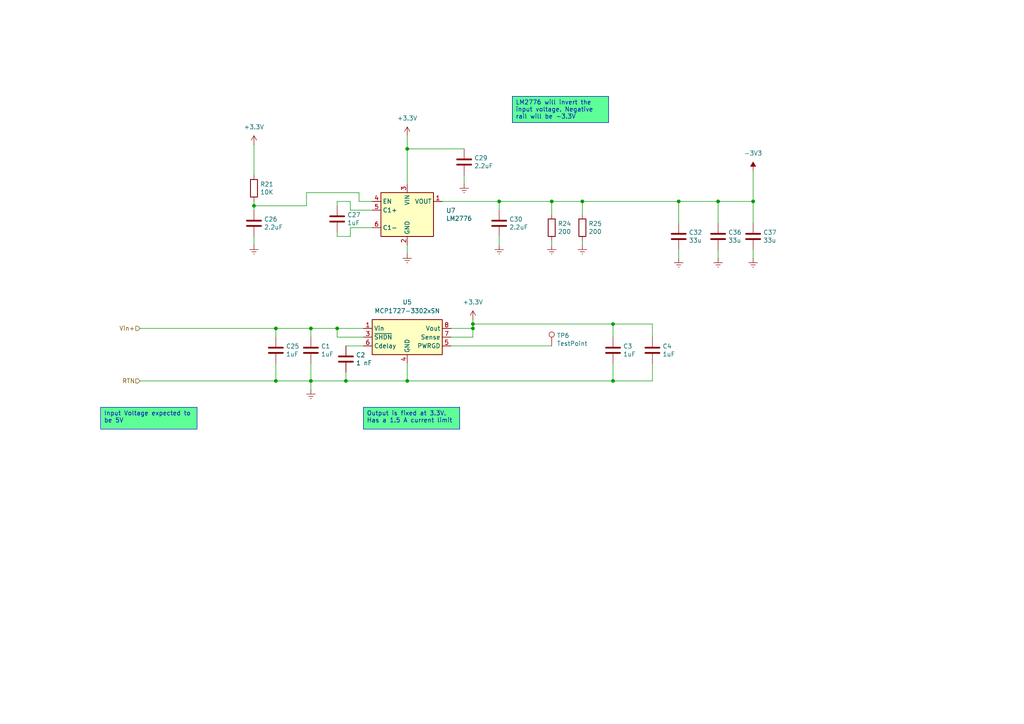
<source format=kicad_sch>
(kicad_sch (version 20250114) (generator "eeschema") (generator_version "9.0")
  (paper "A4")
  (lib_symbols
    (symbol "Connector:TestPoint" (pin_numbers (hide yes)) (pin_names (offset 0.762) (hide yes))
      (property "Reference" "TP" (at 0 6.858 0))
      (property "Value" "TestPoint" (at 0 5.08 0))
      (symbol "TestPoint_0_1"
        (circle (center 0 3.302) (radius 0.762))
      )
      (symbol "TestPoint_1_1"
        (pin passive line (at 0 0 90) (length 2.54) (name "1") (number "1"))
      )
    )
    (symbol "Device:C" (pin_numbers (hide yes)) (pin_names (offset 0.254))
      (property "Reference" "C" (at 0.635 2.54 0))
      (property "Value" "C" (at 0.635 -2.54 0))
      (symbol "C_0_1"
        (polyline (pts (xy -2.032 0.762) (xy 2.032 0.762)) (stroke (width 0.508)))
        (polyline (pts (xy -2.032 -0.762) (xy 2.032 -0.762)) (stroke (width 0.508)))
      )
      (symbol "C_1_1"
        (pin passive line (at 0 3.81 270) (length 2.794) (name "~") (number "1"))
        (pin passive line (at 0 -3.81 90) (length 2.794) (name "~") (number "2"))
      )
    )
    (symbol "Device:R" (pin_numbers (hide yes)) (pin_names (offset 0))
      (property "Reference" "R" (at 2.032 0 90))
      (property "Value" "R" (at 0 0 90))
      (symbol "R_0_1"
        (rectangle (start -1.016 -2.54) (end 1.016 2.54) (stroke (width 0.254)))
      )
      (symbol "R_1_1"
        (pin passive line (at 0 3.81 270) (length 1.27) (name "~") (number "1"))
        (pin passive line (at 0 -3.81 90) (length 1.27) (name "~") (number "2"))
      )
    )
    (symbol "Regulator_Linear:MCP1727-3302xSN"
      (property "Reference" "U" (at -7.62 8.89 0))
      (property "Value" "MCP1727-3302xSN" (at 11.43 8.89 0))
      (symbol "MCP1727-3302xSN_0_0"
        (pin input line (at -12.7 -2.54 0) (length 2.54) (name "Cdelay") (number "6"))
        (pin power_out line (at 12.7 2.54 180) (length 2.54) (name "Vout") (number "8"))
        (pin input line (at 12.7 0 180) (length 2.54) (name "Sense") (number "7"))
        (pin open_collector line (at 12.7 -2.54 180) (length 2.54) (name "PWRGD") (number "5"))
      )
      (symbol "MCP1727-3302xSN_0_1"
        (rectangle (start -10.16 5.08) (end 10.16 -5.08) (stroke (width 0.254)) (fill (type background)))
      )
      (symbol "MCP1727-3302xSN_1_1"
        (pin power_in line (at -12.7 2.54 0) (length 2.54) (name "Vin") (number "1"))
        (pin passive line (at -12.7 2.54 0) (length 2.54) (hide yes) (name "Vin") (number "2"))
        (pin input line (at -12.7 0 0) (length 2.54) (name "~{SHDN}") (number "3"))
        (pin power_in line (at 0 -7.62 90) (length 2.54) (name "GND") (number "4"))
      )
    )
    (symbol "Regulator_SwitchedCapacitor:LM2776"
      (property "Reference" "U" (at -6.35 6.35 0))
      (property "Value" "LM2776" (at 1.27 6.35 0))
      (symbol "LM2776_0_1"
        (rectangle (start -7.62 5.08) (end 7.62 -7.62) (stroke (width 0.254)) (fill (type background)))
      )
      (symbol "LM2776_1_1"
        (pin input line (at -10.16 2.54 0) (length 2.54) (name "EN") (number "4"))
        (pin passive line (at -10.16 0 0) (length 2.54) (name "C1+") (number "5"))
        (pin passive line (at -10.16 -5.08 0) (length 2.54) (name "C1-") (number "6"))
        (pin power_in line (at 0 7.62 270) (length 2.54) (name "VIN") (number "3"))
        (pin power_in line (at 0 -10.16 90) (length 2.54) (name "GND") (number "2"))
        (pin power_out line (at 10.16 2.54 180) (length 2.54) (name "VOUT") (number "1"))
      )
    )
    (symbol "power:+3.3V" (power) (pin_numbers (hide yes)) (pin_names (offset 0) (hide yes))
      (property "Value" "+3.3V" (at 0 3.556 0))
      (symbol "+3.3V_0_1"
        (polyline (pts (xy -0.762 1.27) (xy 0 2.54)))
        (polyline (pts (xy 0 2.54) (xy 0.762 1.27)))
        (polyline (pts (xy 0 0) (xy 0 2.54)))
      )
      (symbol "+3.3V_1_1"
        (pin power_in line (at 0 0 90) (length 0) (name "~") (number "1"))
      )
    )
    (symbol "power:-3V3" (power) (pin_numbers (hide yes)) (pin_names (offset 0) (hide yes))
      (property "Value" "-3V3" (at 0 3.556 0))
      (symbol "-3V3_0_0"
        (pin power_in line (at 0 0 90) (length 0) (name "~") (number "1"))
      )
      (symbol "-3V3_0_1"
        (polyline (pts (xy 0 0) (xy 0 1.27) (xy 0.762 1.27) (xy 0 2.54) (xy -0.762 1.27) (xy 0 1.27)) (fill (type outline)))
      )
    )
    (symbol "power:Earth" (power) (pin_numbers (hide yes)) (pin_names (offset 0) (hide yes))
      (property "Value" "Earth" (at 0 -3.81 0))
      (symbol "Earth_0_1"
        (polyline (pts (xy -0.635 -1.905) (xy 0.635 -1.905)))
        (polyline (pts (xy -0.127 -2.54) (xy 0.127 -2.54)))
        (polyline (pts (xy 0 -1.27) (xy 0 0)))
        (polyline (pts (xy 1.27 -1.27) (xy -1.27 -1.27)))
      )
      (symbol "Earth_1_1"
        (pin power_in line (at 0 0 270) (length 0) (name "~") (number "1"))
      )
    )
  )
  (text_box "Input Voltage expected to be 5V" (at 29.21 118.11 0) (size 27.94 6.35) (margins 0.9525 0.9525 0.9525 0.9525) (fill (type color) (color 94 255 151 1)) (effects (font (size 1.27 1.27)) (justify left top)))
  (text_box "Output is fixed at 3.3V. Has a 1.5 A current limit" (at 105.41 118.11 0) (size 27.94 6.35) (margins 0.9525 0.9525 0.9525 0.9525) (fill (type color) (color 94 255 151 1)) (effects (font (size 1.27 1.27)) (justify left top)))
  (text_box "LM2776 will invert the input voltage. Negative rail will be -3.3V" (at 148.59 27.94 0) (size 27.94 7.62) (margins 0.9525 0.9525 0.9525 0.9525) (fill (type color) (color 94 255 151 1)) (effects (font (size 1.27 1.27)) (justify left top)))
  (junction (at 80.01 110.49))
  (junction (at 73.66 59.69))
  (junction (at 118.11 43.18))
  (junction (at 137.16 95.25))
  (junction (at 118.11 110.49))
  (junction (at 137.16 93.98))
  (junction (at 97.79 95.25))
  (junction (at 90.17 110.49))
  (junction (at 80.01 95.25))
  (junction (at 177.8 93.98))
  (junction (at 208.28 58.42))
  (junction (at 160.02 58.42))
  (junction (at 100.33 110.49))
  (junction (at 90.17 95.25))
  (junction (at 144.78 58.42))
  (junction (at 177.8 110.49))
  (junction (at 196.85 58.42))
  (junction (at 218.44 58.42))
  (junction (at 168.91 58.42))
  (wire (pts (xy 134.62 43.18) (xy 118.11 43.18)))
  (wire (pts (xy 137.16 93.98) (xy 137.16 95.25)))
  (wire (pts (xy 90.17 95.25) (xy 97.79 95.25)))
  (wire (pts (xy 218.44 49.53) (xy 218.44 58.42)))
  (wire (pts (xy 118.11 110.49) (xy 100.33 110.49)))
  (wire (pts (xy 137.16 95.25) (xy 130.81 95.25)))
  (wire (pts (xy 130.81 100.33) (xy 160.02 100.33)))
  (wire (pts (xy 160.02 58.42) (xy 144.78 58.42)))
  (wire (pts (xy 177.8 110.49) (xy 189.23 110.49)))
  (wire (pts (xy 97.79 97.79) (xy 97.79 95.25)))
  (wire (pts (xy 196.85 58.42) (xy 208.28 58.42)))
  (wire (pts (xy 80.01 110.49) (xy 80.01 105.41)))
  (wire (pts (xy 101.6 68.58) (xy 101.6 66.04)))
  (wire (pts (xy 90.17 105.41) (xy 90.17 110.49)))
  (wire (pts (xy 137.16 92.71) (xy 137.16 93.98)))
  (wire (pts (xy 144.78 68.58) (xy 144.78 71.12)))
  (wire (pts (xy 168.91 58.42) (xy 160.02 58.42)))
  (wire (pts (xy 80.01 110.49) (xy 90.17 110.49)))
  (wire (pts (xy 208.28 64.77) (xy 208.28 58.42)))
  (wire (pts (xy 218.44 64.77) (xy 218.44 58.42)))
  (wire (pts (xy 88.9 59.69) (xy 73.66 59.69)))
  (wire (pts (xy 118.11 110.49) (xy 177.8 110.49)))
  (wire (pts (xy 118.11 39.37) (xy 118.11 43.18)))
  (wire (pts (xy 101.6 66.04) (xy 107.95 66.04)))
  (wire (pts (xy 107.95 58.42) (xy 104.14 58.42)))
  (wire (pts (xy 160.02 71.12) (xy 160.02 69.85)))
  (wire (pts (xy 208.28 58.42) (xy 218.44 58.42)))
  (wire (pts (xy 144.78 58.42) (xy 144.78 60.96)))
  (wire (pts (xy 177.8 105.41) (xy 177.8 110.49)))
  (wire (pts (xy 97.79 68.58) (xy 101.6 68.58)))
  (wire (pts (xy 73.66 58.42) (xy 73.66 59.69)))
  (wire (pts (xy 104.14 55.88) (xy 88.9 55.88)))
  (wire (pts (xy 100.33 100.33) (xy 105.41 100.33)))
  (wire (pts (xy 105.41 97.79) (xy 97.79 97.79)))
  (wire (pts (xy 90.17 95.25) (xy 90.17 97.79)))
  (wire (pts (xy 97.79 95.25) (xy 105.41 95.25)))
  (wire (pts (xy 128.27 58.42) (xy 144.78 58.42)))
  (wire (pts (xy 101.6 58.42) (xy 97.79 58.42)))
  (wire (pts (xy 218.44 74.93) (xy 218.44 72.39)))
  (wire (pts (xy 130.81 97.79) (xy 137.16 97.79)))
  (wire (pts (xy 80.01 95.25) (xy 90.17 95.25)))
  (wire (pts (xy 73.66 59.69) (xy 73.66 60.96)))
  (wire (pts (xy 134.62 50.8) (xy 134.62 53.34)))
  (wire (pts (xy 137.16 93.98) (xy 177.8 93.98)))
  (wire (pts (xy 40.64 95.25) (xy 80.01 95.25)))
  (wire (pts (xy 189.23 97.79) (xy 189.23 93.98)))
  (wire (pts (xy 100.33 110.49) (xy 90.17 110.49)))
  (wire (pts (xy 177.8 93.98) (xy 177.8 97.79)))
  (wire (pts (xy 118.11 43.18) (xy 118.11 53.34)))
  (wire (pts (xy 97.79 58.42) (xy 97.79 59.69)))
  (wire (pts (xy 118.11 73.66) (xy 118.11 71.12)))
  (wire (pts (xy 80.01 95.25) (xy 80.01 97.79)))
  (wire (pts (xy 208.28 74.93) (xy 208.28 72.39)))
  (wire (pts (xy 107.95 60.96) (xy 101.6 60.96)))
  (wire (pts (xy 40.64 110.49) (xy 80.01 110.49)))
  (wire (pts (xy 90.17 110.49) (xy 90.17 113.03)))
  (wire (pts (xy 196.85 72.39) (xy 196.85 74.93)))
  (wire (pts (xy 97.79 67.31) (xy 97.79 68.58)))
  (wire (pts (xy 168.91 62.23) (xy 168.91 58.42)))
  (wire (pts (xy 168.91 58.42) (xy 196.85 58.42)))
  (wire (pts (xy 137.16 95.25) (xy 137.16 97.79)))
  (wire (pts (xy 189.23 105.41) (xy 189.23 110.49)))
  (wire (pts (xy 73.66 41.91) (xy 73.66 50.8)))
  (wire (pts (xy 104.14 58.42) (xy 104.14 55.88)))
  (wire (pts (xy 88.9 55.88) (xy 88.9 59.69)))
  (wire (pts (xy 100.33 107.95) (xy 100.33 110.49)))
  (wire (pts (xy 73.66 71.12) (xy 73.66 68.58)))
  (wire (pts (xy 168.91 71.12) (xy 168.91 69.85)))
  (wire (pts (xy 118.11 105.41) (xy 118.11 110.49)))
  (wire (pts (xy 196.85 64.77) (xy 196.85 58.42)))
  (wire (pts (xy 189.23 93.98) (xy 177.8 93.98)))
  (wire (pts (xy 101.6 60.96) (xy 101.6 58.42)))
  (wire (pts (xy 160.02 62.23) (xy 160.02 58.42)))
  (hierarchical_label "Vin+" (shape input) (at 40.64 95.25 180))
  (hierarchical_label "RTN" (shape input) (at 40.64 110.49 180))
  (symbol (lib_id "Device:C") (at 97.79 63.5 0) (unit 1)
    (property "Reference" "C27" (at 100.711 62.3316 0) (effects (justify left)))
    (property "Value" "1uF" (at 100.711 64.643 0) (effects (justify left)))
    (property "Footprint" "Capacitor_SMD:C_0603_1608Metric_Pad1.08x0.95mm_HandSolder" (effects (hide yes)))
  )
  (symbol (lib_id "Device:C") (at 73.66 64.77 0) (unit 1)
    (property "Reference" "C26" (at 76.581 63.6016 0) (effects (justify left)))
    (property "Value" "2.2uF" (at 76.581 65.913 0) (effects (justify left)))
    (property "Footprint" "Capacitor_SMD:C_0603_1608Metric_Pad1.08x0.95mm_HandSolder" (effects (hide yes)))
  )
  (symbol (lib_id "Device:R") (at 73.66 54.61 0) (unit 1)
    (property "Reference" "R21" (at 75.438 53.4416 0) (effects (justify left)))
    (property "Value" "10K" (at 75.438 55.753 0) (effects (justify left)))
    (property "Footprint" "Resistor_SMD:R_0603_1608Metric_Pad0.98x0.95mm_HandSolder" (effects (hide yes)))
  )
  (symbol (lib_id "power:Earth") (at 73.66 71.12 0) (unit 1)
    (property "Reference" "#PWR031" (effects (hide yes)))
    (property "Value" "Earth" (effects (hide yes)))
  )
  (symbol (lib_id "Device:C") (at 134.62 46.99 0) (unit 1)
    (property "Reference" "C29" (at 137.541 45.8216 0) (effects (justify left)))
    (property "Value" "2.2uF" (at 137.541 48.133 0) (effects (justify left)))
    (property "Footprint" "Capacitor_SMD:C_0603_1608Metric_Pad1.08x0.95mm_HandSolder" (effects (hide yes)))
  )
  (symbol (lib_id "power:Earth") (at 134.62 53.34 0) (unit 1)
    (property "Reference" "#PWR034" (effects (hide yes)))
    (property "Value" "Earth" (effects (hide yes)))
  )
  (symbol (lib_id "Device:C") (at 144.78 64.77 0) (unit 1)
    (property "Reference" "C30" (at 147.701 63.6016 0) (effects (justify left)))
    (property "Value" "2.2uF" (at 147.701 65.913 0) (effects (justify left)))
    (property "Footprint" "Capacitor_SMD:C_0603_1608Metric_Pad1.08x0.95mm_HandSolder" (effects (hide yes)))
  )
  (symbol (lib_id "power:Earth") (at 144.78 71.12 0) (unit 1)
    (property "Reference" "#PWR035" (effects (hide yes)))
    (property "Value" "Earth" (effects (hide yes)))
  )
  (symbol (lib_id "Device:R") (at 160.02 66.04 0) (unit 1)
    (property "Reference" "R24" (at 161.798 64.8716 0) (effects (justify left)))
    (property "Value" "200" (at 161.798 67.183 0) (effects (justify left)))
    (property "Footprint" "Resistor_SMD:R_0603_1608Metric_Pad0.98x0.95mm_HandSolder" (effects (hide yes)))
  )
  (symbol (lib_id "power:Earth") (at 160.02 71.12 0) (unit 1)
    (property "Reference" "#PWR037" (effects (hide yes)))
    (property "Value" "Earth" (effects (hide yes)))
  )
  (symbol (lib_id "Device:R") (at 168.91 66.04 0) (unit 1)
    (property "Reference" "R25" (at 170.688 64.8716 0) (effects (justify left)))
    (property "Value" "200" (at 170.688 67.183 0) (effects (justify left)))
    (property "Footprint" "Resistor_SMD:R_0603_1608Metric_Pad0.98x0.95mm_HandSolder" (effects (hide yes)))
  )
  (symbol (lib_id "power:Earth") (at 168.91 71.12 0) (unit 1)
    (property "Reference" "#PWR038" (effects (hide yes)))
    (property "Value" "Earth" (effects (hide yes)))
  )
  (symbol (lib_id "Device:C") (at 80.01 101.6 0) (unit 1)
    (property "Reference" "C25" (at 82.931 100.4316 0) (effects (justify left)))
    (property "Value" "1uF" (at 82.931 102.743 0) (effects (justify left)))
    (property "Footprint" "Capacitor_SMD:C_0603_1608Metric_Pad1.08x0.95mm_HandSolder" (effects (hide yes)))
  )
  (symbol (lib_id "power:Earth") (at 90.17 113.03 0) (unit 1)
    (property "Reference" "#PWR030" (effects (hide yes)))
    (property "Value" "Earth" (effects (hide yes)))
  )
  (symbol (lib_id "Regulator_SwitchedCapacitor:LM2776") (at 118.11 60.96 0) (unit 1)
    (property "Reference" "U7" (at 129.3876 61.0616 0) (effects (justify left)))
    (property "Value" "LM2776" (at 129.3876 63.373 0) (effects (justify left)))
    (property "Footprint" "Package_TO_SOT_SMD:SOT-23-6" (effects (hide yes)))
    (property "Datasheet" "http://www.ti.com/lit/ds/symlink/lm2776.pdf" (effects (hide yes)))
  )
  (symbol (lib_id "power:Earth") (at 118.11 73.66 0) (unit 1)
    (property "Reference" "#PWR033" (effects (hide yes)))
    (property "Value" "Earth" (effects (hide yes)))
  )
  (symbol (lib_id "Device:C") (at 196.85 68.58 0) (unit 1)
    (property "Reference" "C32" (at 199.771 67.4116 0) (effects (justify left)))
    (property "Value" "33u" (at 199.771 69.723 0) (effects (justify left)))
    (property "Footprint" "Capacitor_SMD:C_0603_1608Metric_Pad1.08x0.95mm_HandSolder" (effects (hide yes)))
  )
  (symbol (lib_id "power:Earth") (at 196.85 74.93 0) (unit 1)
    (property "Reference" "#PWR039" (effects (hide yes)))
    (property "Value" "Earth" (effects (hide yes)))
  )
  (symbol (lib_id "Device:C") (at 208.28 68.58 0) (unit 1)
    (property "Reference" "C36" (at 211.201 67.4116 0) (effects (justify left)))
    (property "Value" "33u" (at 211.201 69.723 0) (effects (justify left)))
    (property "Footprint" "Capacitor_SMD:C_0603_1608Metric_Pad1.08x0.95mm_HandSolder" (effects (hide yes)))
  )
  (symbol (lib_id "Device:C") (at 218.44 68.58 0) (unit 1)
    (property "Reference" "C37" (at 221.361 67.4116 0) (effects (justify left)))
    (property "Value" "33u" (at 221.361 69.723 0) (effects (justify left)))
    (property "Footprint" "Capacitor_SMD:C_0603_1608Metric_Pad1.08x0.95mm_HandSolder" (effects (hide yes)))
  )
  (symbol (lib_id "power:Earth") (at 208.28 74.93 0) (unit 1)
    (property "Reference" "#PWR044" (effects (hide yes)))
    (property "Value" "Earth" (effects (hide yes)))
  )
  (symbol (lib_id "power:Earth") (at 218.44 74.93 0) (unit 1)
    (property "Reference" "#PWR045" (effects (hide yes)))
    (property "Value" "Earth" (effects (hide yes)))
  )
  (symbol (lib_id "power:+3.3V") (at 118.11 39.37 0) (unit 1)
    (property "Reference" "#PWR05" (effects (hide yes)))
    (property "Value" "+3.3V" (at 118.11 34.29 0))
    (property "Description" "Power symbol creates a global label with name \"+3.3V\"" (effects (hide yes)))
  )
  (symbol (lib_id "Device:C") (at 189.23 101.6 0) (unit 1)
    (property "Reference" "C4" (at 192.151 100.4316 0) (effects (justify left)))
    (property "Value" "1uF" (at 192.151 102.743 0) (effects (justify left)))
    (property "Footprint" "Capacitor_SMD:C_0603_1608Metric_Pad1.08x0.95mm_HandSolder" (effects (hide yes)))
  )
  (symbol (lib_id "Connector:TestPoint") (at 160.02 100.33 0) (unit 1)
    (property "Reference" "TP6" (at 161.4932 97.3328 0) (effects (justify left)))
    (property "Value" "TestPoint" (at 161.4932 99.6442 0) (effects (justify left)))
    (property "Footprint" "Connector_PinHeader_2.54mm:PinHeader_1x01_P2.54mm_Vertical" (effects (hide yes)))
  )
  (symbol (lib_id "power:+3.3V") (at 73.66 41.91 0) (unit 1)
    (property "Reference" "#PWR04" (effects (hide yes)))
    (property "Value" "+3.3V" (at 73.66 36.83 0))
    (property "Description" "Power symbol creates a global label with name \"+3.3V\"" (effects (hide yes)))
  )
  (symbol (lib_id "Device:C") (at 100.33 104.14 0) (unit 1)
    (property "Reference" "C2" (at 103.251 102.9716 0) (effects (justify left)))
    (property "Value" "1 nF" (at 103.251 105.283 0) (effects (justify left)))
    (property "Footprint" "Capacitor_SMD:C_0603_1608Metric_Pad1.08x0.95mm_HandSolder" (effects (hide yes)))
  )
  (symbol (lib_id "Regulator_Linear:MCP1727-3302xSN") (at 118.11 97.79 0) (unit 1)
    (property "Reference" "U5" (at 118.11 87.63 0))
    (property "Value" "MCP1727-3302xSN" (at 118.11 90.17 0))
    (property "Footprint" "Package_SO:SOIC-8_3.9x4.9mm_P1.27mm" (effects (hide yes)))
    (property "Datasheet" "https://ww1.microchip.com/downloads/aemtest/APID/ProductDocuments/DataSheets/MCP1727-1.5A-Low-Voltage-Low-Quiescent-Current-LDO-Regulator-20001999D.pdf" (effects (hide yes)))
    (property "Description" "1.5A, Low Voltage, Low Quiescent Current LDO Regulator, 2.3 - 6V Input, Fixed 3.3V Output, 330mV Dropout, SOIC-8" (effects (hide yes)))
  )
  (symbol (lib_id "power:+3.3V") (at 137.16 92.71 0) (unit 1)
    (property "Reference" "#PWR03" (effects (hide yes)))
    (property "Value" "+3.3V" (at 137.16 87.63 0))
    (property "Description" "Power symbol creates a global label with name \"+3.3V\"" (effects (hide yes)))
  )
  (symbol (lib_id "Device:C") (at 90.17 101.6 0) (unit 1)
    (property "Reference" "C1" (at 93.091 100.4316 0) (effects (justify left)))
    (property "Value" "1uF" (at 93.091 102.743 0) (effects (justify left)))
    (property "Footprint" "Capacitor_SMD:C_0603_1608Metric_Pad1.08x0.95mm_HandSolder" (effects (hide yes)))
  )
  (symbol (lib_id "Device:C") (at 177.8 101.6 0) (unit 1)
    (property "Reference" "C3" (at 180.721 100.4316 0) (effects (justify left)))
    (property "Value" "1uF" (at 180.721 102.743 0) (effects (justify left)))
    (property "Footprint" "Capacitor_SMD:C_0603_1608Metric_Pad1.08x0.95mm_HandSolder" (effects (hide yes)))
  )
  (symbol (lib_id "power:-3V3") (at 218.44 49.53 0) (unit 1)
    (property "Reference" "#PWR029" (effects (hide yes)))
    (property "Value" "-3V3" (at 218.44 44.45 0))
    (property "Description" "Power symbol creates a global label with name \"-3V3\"" (effects (hide yes)))
  )
)
</source>
